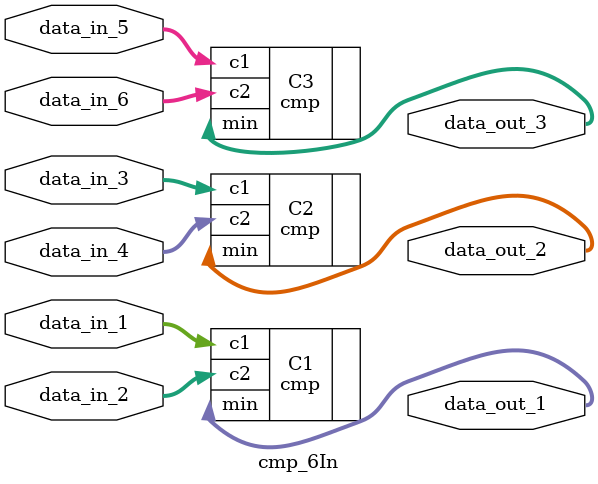
<source format=v>
`timescale 1ns / 1ps


module parallelComp( 
    input [10:0] data_in_1,
    input [10:0] data_in_2,
    input [10:0] data_in_3,
    input [10:0] data_in_4,
    input [10:0] data_in_5,
    input [10:0] data_in_6,
    input [10:0] data_in_7,
    input [10:0] data_in_8,
    input [10:0] data_in_9,
    input [10:0] data_in_10,
    input [10:0] data_in_11,
    input [10:0] data_in_12,
    input [10:0] data_in_13,
    input [10:0] data_in_14,
    input [10:0] data_in_15,
    input [10:0] data_in_16,
    input [10:0] data_in_17,
    input [10:0] data_in_18,
    input [10:0] data_in_19,
    input [10:0] data_in_20,
    input [10:0] data_in_21,
    input [10:0] data_in_22,
    input [10:0] data_in_23,
    input [10:0] data_in_24,
    output wire [10:0] layer1_out_1,
    output wire [10:0] layer1_out_2,
    output wire [10:0] layer1_out_3,
    output wire [10:0] layer1_out_4,
    output wire [10:0] layer1_out_5,
    output wire [10:0] layer1_out_6,
    output wire [10:0] layer1_out_7,
    output wire [10:0] layer1_out_8,
    output wire [10:0] layer1_out_9,
    output wire [10:0] layer1_out_10,
    output wire [10:0] layer1_out_11,
    output wire [10:0] layer1_out_12,
    output wire [10:0] layer2_out_1,
    output wire [10:0] layer2_out_2,
    output wire [10:0] layer2_out_3,
    output wire [10:0] layer2_out_4,
    output wire [10:0] layer2_out_5,
    output wire [10:0] layer2_out_6,
    output wire [10:0] layer3_out_1,
    output wire [10:0] layer3_out_2,
    output wire [10:0] layer3_out_3,
    output wire [10:0] layer4_out_1,
    output wire [10:0] min
    );   
    /* Layer 1 */
    cmp_24In L1(
    .data_in_1(data_in_1), .data_in_2(data_in_2), .data_in_3(data_in_3),
    .data_in_4(data_in_4), .data_in_5(data_in_5), .data_in_6(data_in_6),
    .data_in_7(data_in_7), .data_in_8(data_in_8), .data_in_9(data_in_9),
    .data_in_10(data_in_10), .data_in_11(data_in_11), .data_in_12(data_in_12),
    .data_in_13(data_in_13), .data_in_14(data_in_14), .data_in_15(data_in_15),
    .data_in_16(data_in_16), .data_in_17(data_in_17), .data_in_18(data_in_18),
    .data_in_19(data_in_19), .data_in_20(data_in_20), .data_in_21(data_in_21),
    .data_in_22(data_in_22), .data_in_23(data_in_23), .data_in_24(data_in_24),
    .data_out_1(layer1_out_1), .data_out_2(layer1_out_2), .data_out_3(layer1_out_3),
    .data_out_4(layer1_out_4), .data_out_5(layer1_out_5), .data_out_6(layer1_out_6),
    .data_out_7(layer1_out_7), .data_out_8(layer1_out_8), .data_out_9(layer1_out_9),
    .data_out_10(layer1_out_10), .data_out_11(layer1_out_11), .data_out_12(layer1_out_12)
    );   
    /* Layer 2 */
    cmp_12In L2(
    .data_in_1(layer1_out_1), .data_in_2(layer1_out_2), .data_in_3(layer1_out_3),
    .data_in_4(layer1_out_4), .data_in_5(layer1_out_5), .data_in_6(layer1_out_6),
    .data_in_7(layer1_out_7), .data_in_8(layer1_out_7), .data_in_9(layer1_out_9),
    .data_in_10(layer1_out_10), .data_in_11(layer1_out_11), .data_in_12(layer1_out_12),
    .data_out_1(layer2_out_1), .data_out_2(layer2_out_2), .data_out_3(layer2_out_3),
    .data_out_4(layer2_out_4), .data_out_5(layer2_out_5), .data_out_6(layer2_out_6)
    );
    /* Layer 3 */
    cmp_6In L3(
    .data_in_1(layer2_out_1), .data_in_2(layer2_out_2), .data_in_3(layer2_out_3),
    .data_in_4(layer2_out_4), .data_in_5(layer2_out_5), .data_in_6(layer2_out_6),
    .data_out_1(layer3_out_1), .data_out_2(layer3_out_2), .data_out_3(layer3_out_3)
    );
    /* Layer 4 */
    cmp L4(.c1(layer3_out_1), .c2(layer3_out_2), .min(layer4_out_1));
    /* Layer 5 */
    cmp L5(.c1(layer4_out_1), .c2(layer3_out_3), .min(min));    
endmodule

/**  24 Input compare */
module cmp_24In( 
    input [10:0] data_in_1,
    input [10:0] data_in_2,
    input [10:0] data_in_3,
    input [10:0] data_in_4,
    input [10:0] data_in_5,
    input [10:0] data_in_6,
    input [10:0] data_in_7,
    input [10:0] data_in_8,
    input [10:0] data_in_9,
    input [10:0] data_in_10,
    input [10:0] data_in_11,
    input [10:0] data_in_12,
    input [10:0] data_in_13,
    input [10:0] data_in_14,
    input [10:0] data_in_15,
    input [10:0] data_in_16,
    input [10:0] data_in_17,
    input [10:0] data_in_18,
    input [10:0] data_in_19,
    input [10:0] data_in_20,
    input [10:0] data_in_21,
    input [10:0] data_in_22,
    input [10:0] data_in_23,
    input [10:0] data_in_24,
    output [10:0] data_out_1,
    output [10:0] data_out_2,
    output [10:0] data_out_3,
    output [10:0] data_out_4,
    output [10:0] data_out_5,
    output [10:0] data_out_6,
    output [10:0] data_out_7,
    output [10:0] data_out_8,
    output [10:0] data_out_9,
    output [10:0] data_out_10,
    output [10:0] data_out_11,
    output [10:0] data_out_12
    );    
    cmp C1(.c1(data_in_1), .c2(data_in_2), .min(data_out_1));
    cmp C2(.c1(data_in_3), .c2(data_in_4), .min(data_out_2));
    cmp C3(.c1(data_in_5), .c2(data_in_6), .min(data_out_3));
    cmp C4(.c1(data_in_7), .c2(data_in_8), .min(data_out_4));
    cmp C5(.c1(data_in_9), .c2(data_in_10), .min(data_out_5));
    cmp C6(.c1(data_in_11), .c2(data_in_12), .min(data_out_6));
    cmp C7(.c1(data_in_13), .c2(data_in_14), .min(data_out_7));
    cmp C8(.c1(data_in_15), .c2(data_in_16), .min(data_out_8));
    cmp C9(.c1(data_in_17), .c2(data_in_18), .min(data_out_9));
    cmp C10(.c1(data_in_19), .c2(data_in_20), .min(data_out_10));
    cmp C11(.c1(data_in_21), .c2(data_in_22), .min(data_out_11));
    cmp C12(.c1(data_in_23), .c2(data_in_24), .min(data_out_12));    
endmodule
/**  12 Input compare */
module cmp_12In( 
    input [10:0] data_in_1,
    input [10:0] data_in_2,
    input [10:0] data_in_3,
    input [10:0] data_in_4,
    input [10:0] data_in_5,
    input [10:0] data_in_6,
    input [10:0] data_in_7,
    input [10:0] data_in_8,
    input [10:0] data_in_9,
    input [10:0] data_in_10,
    input [10:0] data_in_11,
    input [10:0] data_in_12,
    output [10:0] data_out_1,
    output [10:0] data_out_2,
    output [10:0] data_out_3,
    output [10:0] data_out_4,
    output [10:0] data_out_5,
    output [10:0] data_out_6
    );
    cmp C1(.c1(data_in_1), .c2(data_in_2), .min(data_out_1));
    cmp C2(.c1(data_in_3), .c2(data_in_4), .min(data_out_2));
    cmp C3(.c1(data_in_5), .c2(data_in_6), .min(data_out_3));
    cmp C4(.c1(data_in_7), .c2(data_in_8), .min(data_out_4));
    cmp C5(.c1(data_in_9), .c2(data_in_10), .min(data_out_5));
    cmp C6(.c1(data_in_11), .c2(data_in_12), .min(data_out_6));      
endmodule
/**  6 Input compare */
module cmp_6In( 
    input [10:0] data_in_1,
    input [10:0] data_in_2,
    input [10:0] data_in_3,
    input [10:0] data_in_4,
    input [10:0] data_in_5,
    input [10:0] data_in_6,
    output [10:0] data_out_1,
    output [10:0] data_out_2,
    output [10:0] data_out_3
    );
    cmp C1(.c1(data_in_1), .c2(data_in_2), .min(data_out_1));
    cmp C2(.c1(data_in_3), .c2(data_in_4), .min(data_out_2));
    cmp C3(.c1(data_in_5), .c2(data_in_6), .min(data_out_3));     
endmodule
</source>
